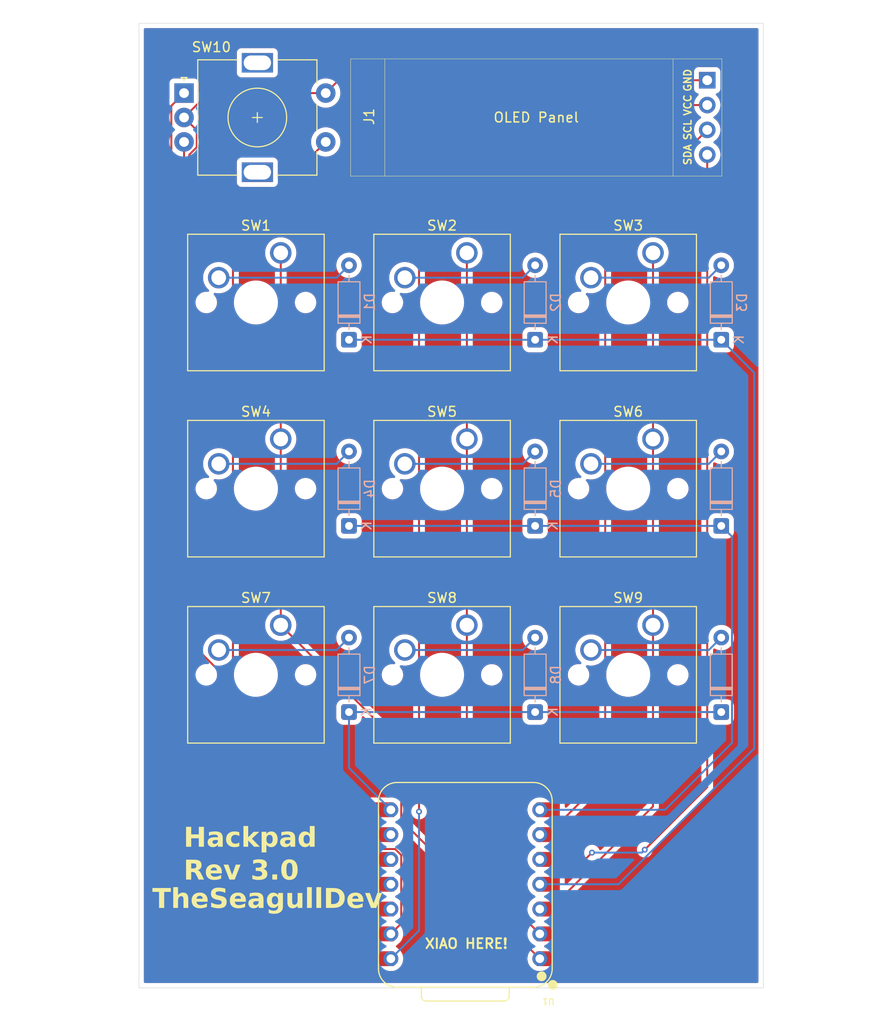
<source format=kicad_pcb>
(kicad_pcb (version 20241229) (generator "pcbnew") (generator_version "9.0")
  (layers (0 "F.Cu" signal) (2 "B.Cu" signal) (13 "F.Paste" user) (15 "B.Paste" user) (5 "F.SilkS" user "F.Silkscreen") (7 "B.SilkS" user "B.Silkscreen") (1 "F.Mask" user) (3 "B.Mask" user) (25 "Edge.Cuts" user))
  (net 0 "")
  (net 1 "Net-(D1-A)")
  (net 2 "Row 0")
  (net 3 "Net-(D2-A)")
  (net 4 "Net-(D3-A)")
  (net 5 "Net-(D4-A)")
  (net 6 "Row 1")
  (net 7 "Net-(D5-A)")
  (net 8 "Net-(D6-A)")
  (net 9 "Row 2")
  (net 10 "Net-(D7-A)")
  (net 11 "Net-(D8-A)")
  (net 12 "Net-(D9-A)")
  (net 13 "+5V")
  (net 14 "SCL")
  (net 15 "SDA")
  (net 16 "GND")
  (net 17 "Column 0")
  (net 18 "Column 1")
  (net 19 "Column 2")
  (net 20 "Net-(U1-GPIO2{slash}SCK)")
  (net 21 "Net-(U1-GPIO4{slash}MISO)")
  (net 22 "Net-(U1-GPIO3{slash}MOSI)")
  (footprint "KeySwitch:SW_Cherry_MX_1.00u_PCB_with_model" (layer "F.Cu") (at 166.84625 83.02625)
    (property "Reference" "SW9" (at -2.54 -2.794 0) (layer "F.SilkS"))
    (property "Value" "SW_Push")
    (fp_line (start -9.525 -1.905) (end 4.445 -1.905) (stroke (width 0.12)) (layer "F.SilkS"))
    (fp_line (start -9.525 12.065) (end -9.525 -1.905) (stroke (width 0.12)) (layer "F.SilkS"))
    (fp_line (start 4.445 -1.905) (end 4.445 12.065) (stroke (width 0.12)) (layer "F.SilkS"))
    (fp_line (start 4.445 12.065) (end -9.525 12.065) (stroke (width 0.12)) (layer "F.SilkS"))
    (pad "" np_thru_hole circle (at -7.62 5.08) (size 1.7 1.7) (drill 1.7) (layers "*.Cu" "*.Mask"))
    (pad "" np_thru_hole circle (at -2.54 5.08) (size 4 4) (drill 4) (layers "*.Cu" "*.Mask"))
    (pad "" np_thru_hole circle (at 2.54 5.08) (size 1.7 1.7) (drill 1.7) (layers "*.Cu" "*.Mask"))
    (pad "1" thru_hole circle (at 0 0) (size 2.2 2.2) (drill 1.5) (layers "*.Cu" "*.Mask") (net 19 "Column 2"))
    (pad "2" thru_hole circle (at -6.35 2.54) (size 2.2 2.2) (drill 1.5) (layers "*.Cu" "*.Mask") (net 12 "Net-(D9-A)"))
  )
  (footprint "OLED:SSD1306-0.91-OLED-4pin-128x32" (layer "F.Cu") (at 135.89625 25.07125)
    (property "Reference" "J1" (at 1.9 5.91 90) (layer "F.SilkS"))
    (property "Value" "Conn_01x04_Pin")
    (fp_line (start 0 0) (end 0 12) (stroke (width 0.04)) (layer "F.SilkS"))
    (fp_line (start 0 12) (end 38 12) (stroke (width 0.04)) (layer "F.SilkS"))
    (fp_line (start 3.5 0) (end 3.5 12) (stroke (width 0.04)) (layer "F.SilkS"))
    (fp_line (start 33 0) (end 33 12) (stroke (width 0.04)) (layer "F.SilkS"))
    (fp_line (start 38 0) (end 0 0) (stroke (width 0.04)) (layer "F.SilkS"))
    (fp_line (start 38 12) (end 38 0) (stroke (width 0.04)) (layer "F.SilkS"))
    (fp_text user "SCL" (at 34.5 7.27 270) (layer "F.SilkS") (effects (font (size 0.75 0.75))))
    (fp_text user "OLED Panel" (at 19 6 0) (layer "F.SilkS"))
    (fp_text user "SDA" (at 34.5 9.81 270) (layer "F.SilkS") (effects (font (size 0.75 0.75))))
    (fp_text user "VCC" (at 34.5 4.73 270) (layer "F.SilkS") (effects (font (size 0.75 0.75))))
    (fp_text user "GND" (at 34.5 2.19 270) (layer "F.SilkS") (effects (font (size 0.75 0.75))))
    (pad "1" thru_hole rect (at 36.5 2.19) (size 1.7 1.7) (drill 1) (layers "*.Cu" "*.Mask") (net 16 "GND"))
    (pad "2" thru_hole oval (at 36.5 4.73) (size 1.7 1.7) (drill 1) (layers "*.Cu" "*.Mask") (net 13 "+5V"))
    (pad "3" thru_hole oval (at 36.5 7.27) (size 1.7 1.7) (drill 1) (layers "*.Cu" "*.Mask") (net 14 "SCL"))
    (pad "4" thru_hole oval (at 36.5 9.81) (size 1.7 1.7) (drill 1) (layers "*.Cu" "*.Mask") (net 15 "SDA"))
  )
  (footprint "KeySwitch:SW_Cherry_MX_1.00u_PCB_with_model" (layer "F.Cu") (at 147.79625 63.97625)
    (property "Reference" "SW5" (at -2.54 -2.794 0) (layer "F.SilkS"))
    (property "Value" "SW_Push")
    (fp_line (start -9.525 -1.905) (end 4.445 -1.905) (stroke (width 0.12)) (layer "F.SilkS"))
    (fp_line (start -9.525 12.065) (end -9.525 -1.905) (stroke (width 0.12)) (layer "F.SilkS"))
    (fp_line (start 4.445 -1.905) (end 4.445 12.065) (stroke (width 0.12)) (layer "F.SilkS"))
    (fp_line (start 4.445 12.065) (end -9.525 12.065) (stroke (width 0.12)) (layer "F.SilkS"))
    (pad "" np_thru_hole circle (at -7.62 5.08) (size 1.7 1.7) (drill 1.7) (layers "*.Cu" "*.Mask"))
    (pad "" np_thru_hole circle (at -2.54 5.08) (size 4 4) (drill 4) (layers "*.Cu" "*.Mask"))
    (pad "" np_thru_hole circle (at 2.54 5.08) (size 1.7 1.7) (drill 1.7) (layers "*.Cu" "*.Mask"))
    (pad "1" thru_hole circle (at 0 0) (size 2.2 2.2) (drill 1.5) (layers "*.Cu" "*.Mask") (net 18 "Column 1"))
    (pad "2" thru_hole circle (at -6.35 2.54) (size 2.2 2.2) (drill 1.5) (layers "*.Cu" "*.Mask") (net 7 "Net-(D5-A)"))
  )
  (footprint "KeySwitch:SW_Cherry_MX_1.00u_PCB_with_model" (layer "F.Cu") (at 128.74625 44.92625)
    (property "Reference" "SW1" (at -2.54 -2.794 0) (layer "F.SilkS"))
    (property "Value" "SW_Push")
    (fp_line (start -9.525 -1.905) (end 4.445 -1.905) (stroke (width 0.12)) (layer "F.SilkS"))
    (fp_line (start -9.525 12.065) (end -9.525 -1.905) (stroke (width 0.12)) (layer "F.SilkS"))
    (fp_line (start 4.445 -1.905) (end 4.445 12.065) (stroke (width 0.12)) (layer "F.SilkS"))
    (fp_line (start 4.445 12.065) (end -9.525 12.065) (stroke (width 0.12)) (layer "F.SilkS"))
    (pad "" np_thru_hole circle (at -7.62 5.08) (size 1.7 1.7) (drill 1.7) (layers "*.Cu" "*.Mask"))
    (pad "" np_thru_hole circle (at -2.54 5.08) (size 4 4) (drill 4) (layers "*.Cu" "*.Mask"))
    (pad "" np_thru_hole circle (at 2.54 5.08) (size 1.7 1.7) (drill 1.7) (layers "*.Cu" "*.Mask"))
    (pad "1" thru_hole circle (at 0 0) (size 2.2 2.2) (drill 1.5) (layers "*.Cu" "*.Mask") (net 17 "Column 0"))
    (pad "2" thru_hole circle (at -6.35 2.54) (size 2.2 2.2) (drill 1.5) (layers "*.Cu" "*.Mask") (net 1 "Net-(D1-A)"))
  )
  (footprint "Encoder:RotaryEncoder_Alps_EC11E-Switch_Vertical_H20mm" (layer "F.Cu") (at 118.85 28.575)
    (property "Reference" "SW10" (at 2.8 -4.7 0) (layer "F.SilkS"))
    (property "Value" "RotaryEncoder_Switch")
    (fp_line (start -0.3 -1.6) (end 0.3 -1.6) (stroke (width 0.12)) (layer "F.SilkS"))
    (fp_line (start 0 -1.3) (end -0.3 -1.6) (stroke (width 0.12)) (layer "F.SilkS"))
    (fp_line (start 0.3 -1.6) (end 0 -1.3) (stroke (width 0.12)) (layer "F.SilkS"))
    (fp_line (start 1.4 -3.4) (end 1.4 8.4) (stroke (width 0.12)) (layer "F.SilkS"))
    (fp_line (start 5.5 -3.4) (end 1.4 -3.4) (stroke (width 0.12)) (layer "F.SilkS"))
    (fp_line (start 5.5 8.4) (end 1.4 8.4) (stroke (width 0.12)) (layer "F.SilkS"))
    (fp_line (start 7 2.5) (end 8 2.5) (stroke (width 0.12)) (layer "F.SilkS"))
    (fp_line (start 7.5 2) (end 7.5 3) (stroke (width 0.12)) (layer "F.SilkS"))
    (fp_line (start 9.5 -3.4) (end 13.6 -3.4) (stroke (width 0.12)) (layer "F.SilkS"))
    (fp_line (start 13.6 -3.4) (end 13.6 -1) (stroke (width 0.12)) (layer "F.SilkS"))
    (fp_line (start 13.6 1.2) (end 13.6 3.8) (stroke (width 0.12)) (layer "F.SilkS"))
    (fp_line (start 13.6 6) (end 13.6 8.4) (stroke (width 0.12)) (layer "F.SilkS"))
    (fp_line (start 13.6 8.4) (end 9.5 8.4) (stroke (width 0.12)) (layer "F.SilkS"))
    (fp_circle (center 7.5 2.5) (end 10.5 2.5) (stroke (width 0.12)) (fill no) (layer "F.SilkS"))
    (pad "A" thru_hole rect (at 0 0) (size 2 2) (drill 1) (layers "*.Cu" "*.Mask") (net 22 "Net-(U1-GPIO3{slash}MOSI)"))
    (pad "B" thru_hole circle (at 0 5) (size 2 2) (drill 1) (layers "*.Cu" "*.Mask") (net 21 "Net-(U1-GPIO4{slash}MISO)"))
    (pad "C" thru_hole circle (at 0 2.5) (size 2 2) (drill 1) (layers "*.Cu" "*.Mask") (net 16 "GND"))
    (pad "MP" thru_hole rect (at 7.5 -3.1) (size 3.2 2) (drill oval 2.8 1.5) (layers "*.Cu" "*.Mask"))
    (pad "MP" thru_hole rect (at 7.5 8.1) (size 3.2 2) (drill oval 2.8 1.5) (layers "*.Cu" "*.Mask"))
    (pad "S1" thru_hole circle (at 14.5 5) (size 2 2) (drill 1) (layers "*.Cu" "*.Mask") (net 20 "Net-(U1-GPIO2{slash}SCK)"))
    (pad "S2" thru_hole circle (at 14.5 0) (size 2 2) (drill 1) (layers "*.Cu" "*.Mask") (net 16 "GND"))
  )
  (footprint "KeySwitch:SW_Cherry_MX_1.00u_PCB_with_model" (layer "F.Cu") (at 147.79625 44.92625)
    (property "Reference" "SW2" (at -2.54 -2.794 0) (layer "F.SilkS"))
    (property "Value" "SW_Push")
    (fp_line (start -9.525 -1.905) (end 4.445 -1.905) (stroke (width 0.12)) (layer "F.SilkS"))
    (fp_line (start -9.525 12.065) (end -9.525 -1.905) (stroke (width 0.12)) (layer "F.SilkS"))
    (fp_line (start 4.445 -1.905) (end 4.445 12.065) (stroke (width 0.12)) (layer "F.SilkS"))
    (fp_line (start 4.445 12.065) (end -9.525 12.065) (stroke (width 0.12)) (layer "F.SilkS"))
    (pad "" np_thru_hole circle (at -7.62 5.08) (size 1.7 1.7) (drill 1.7) (layers "*.Cu" "*.Mask"))
    (pad "" np_thru_hole circle (at -2.54 5.08) (size 4 4) (drill 4) (layers "*.Cu" "*.Mask"))
    (pad "" np_thru_hole circle (at 2.54 5.08) (size 1.7 1.7) (drill 1.7) (layers "*.Cu" "*.Mask"))
    (pad "1" thru_hole circle (at 0 0) (size 2.2 2.2) (drill 1.5) (layers "*.Cu" "*.Mask") (net 18 "Column 1"))
    (pad "2" thru_hole circle (at -6.35 2.54) (size 2.2 2.2) (drill 1.5) (layers "*.Cu" "*.Mask") (net 3 "Net-(D2-A)"))
  )
  (footprint "KeySwitch:SW_Cherry_MX_1.00u_PCB_with_model" (layer "F.Cu") (at 166.84625 44.92625)
    (property "Reference" "SW3" (at -2.54 -2.794 0) (layer "F.SilkS"))
    (property "Value" "SW_Push")
    (fp_line (start -9.525 -1.905) (end 4.445 -1.905) (stroke (width 0.12)) (layer "F.SilkS"))
    (fp_line (start -9.525 12.065) (end -9.525 -1.905) (stroke (width 0.12)) (layer "F.SilkS"))
    (fp_line (start 4.445 -1.905) (end 4.445 12.065) (stroke (width 0.12)) (layer "F.SilkS"))
    (fp_line (start 4.445 12.065) (end -9.525 12.065) (stroke (width 0.12)) (layer "F.SilkS"))
    (pad "" np_thru_hole circle (at -7.62 5.08) (size 1.7 1.7) (drill 1.7) (layers "*.Cu" "*.Mask"))
    (pad "" np_thru_hole circle (at -2.54 5.08) (size 4 4) (drill 4) (layers "*.Cu" "*.Mask"))
    (pad "" np_thru_hole circle (at 2.54 5.08) (size 1.7 1.7) (drill 1.7) (layers "*.Cu" "*.Mask"))
    (pad "1" thru_hole circle (at 0 0) (size 2.2 2.2) (drill 1.5) (layers "*.Cu" "*.Mask") (net 19 "Column 2"))
    (pad "2" thru_hole circle (at -6.35 2.54) (size 2.2 2.2) (drill 1.5) (layers "*.Cu" "*.Mask") (net 4 "Net-(D3-A)"))
  )
  (footprint "KeySwitch:SW_Cherry_MX_1.00u_PCB_with_model" (layer "F.Cu") (at 128.74625 83.02625)
    (property "Reference" "SW7" (at -2.54 -2.794 0) (layer "F.SilkS"))
    (property "Value" "SW_Push")
    (fp_line (start -9.525 -1.905) (end 4.445 -1.905) (stroke (width 0.12)) (layer "F.SilkS"))
    (fp_line (start -9.525 12.065) (end -9.525 -1.905) (stroke (width 0.12)) (layer "F.SilkS"))
    (fp_line (start 4.445 -1.905) (end 4.445 12.065) (stroke (width 0.12)) (layer "F.SilkS"))
    (fp_line (start 4.445 12.065) (end -9.525 12.065) (stroke (width 0.12)) (layer "F.SilkS"))
    (pad "" np_thru_hole circle (at -7.62 5.08) (size 1.7 1.7) (drill 1.7) (layers "*.Cu" "*.Mask"))
    (pad "" np_thru_hole circle (at -2.54 5.08) (size 4 4) (drill 4) (layers "*.Cu" "*.Mask"))
    (pad "" np_thru_hole circle (at 2.54 5.08) (size 1.7 1.7) (drill 1.7) (layers "*.Cu" "*.Mask"))
    (pad "1" thru_hole circle (at 0 0) (size 2.2 2.2) (drill 1.5) (layers "*.Cu" "*.Mask") (net 17 "Column 0"))
    (pad "2" thru_hole circle (at -6.35 2.54) (size 2.2 2.2) (drill 1.5) (layers "*.Cu" "*.Mask") (net 10 "Net-(D7-A)"))
  )
  (footprint "KeySwitch:SW_Cherry_MX_1.00u_PCB_with_model" (layer "F.Cu") (at 128.74625 63.97625)
    (property "Reference" "SW4" (at -2.54 -2.794 0) (layer "F.SilkS"))
    (property "Value" "SW_Push")
    (fp_line (start -9.525 -1.905) (end 4.445 -1.905) (stroke (width 0.12)) (layer "F.SilkS"))
    (fp_line (start -9.525 12.065) (end -9.525 -1.905) (stroke (width 0.12)) (layer "F.SilkS"))
    (fp_line (start 4.445 -1.905) (end 4.445 12.065) (stroke (width 0.12)) (layer "F.SilkS"))
    (fp_line (start 4.445 12.065) (end -9.525 12.065) (stroke (width 0.12)) (layer "F.SilkS"))
    (pad "" np_thru_hole circle (at -7.62 5.08) (size 1.7 1.7) (drill 1.7) (layers "*.Cu" "*.Mask"))
    (pad "" np_thru_hole circle (at -2.54 5.08) (size 4 4) (drill 4) (layers "*.Cu" "*.Mask"))
    (pad "" np_thru_hole circle (at 2.54 5.08) (size 1.7 1.7) (drill 1.7) (layers "*.Cu" "*.Mask"))
    (pad "1" thru_hole circle (at 0 0) (size 2.2 2.2) (drill 1.5) (layers "*.Cu" "*.Mask") (net 17 "Column 0"))
    (pad "2" thru_hole circle (at -6.35 2.54) (size 2.2 2.2) (drill 1.5) (layers "*.Cu" "*.Mask") (net 5 "Net-(D4-A)"))
  )
  (footprint "KeySwitch:SW_Cherry_MX_1.00u_PCB_with_model" (layer "F.Cu") (at 166.84625 63.97625)
    (property "Reference" "SW6" (at -2.54 -2.794 0) (layer "F.SilkS"))
    (property "Value" "SW_Push")
    (fp_line (start -9.525 -1.905) (end 4.445 -1.905) (stroke (width 0.12)) (layer "F.SilkS"))
    (fp_line (start -9.525 12.065) (end -9.525 -1.905) (stroke (width 0.12)) (layer "F.SilkS"))
    (fp_line (start 4.445 -1.905) (end 4.445 12.065) (stroke (width 0.12)) (layer "F.SilkS"))
    (fp_line (start 4.445 12.065) (end -9.525 12.065) (stroke (width 0.12)) (layer "F.SilkS"))
    (pad "" np_thru_hole circle (at -7.62 5.08) (size 1.7 1.7) (drill 1.7) (layers "*.Cu" "*.Mask"))
    (pad "" np_thru_hole circle (at -2.54 5.08) (size 4 4) (drill 4) (layers "*.Cu" "*.Mask"))
    (pad "" np_thru_hole circle (at 2.54 5.08) (size 1.7 1.7) (drill 1.7) (layers "*.Cu" "*.Mask"))
    (pad "1" thru_hole circle (at 0 0) (size 2.2 2.2) (drill 1.5) (layers "*.Cu" "*.Mask") (net 19 "Column 2"))
    (pad "2" thru_hole circle (at -6.35 2.54) (size 2.2 2.2) (drill 1.5) (layers "*.Cu" "*.Mask") (net 8 "Net-(D6-A)"))
  )
  (footprint "KeySwitch:SW_Cherry_MX_1.00u_PCB_with_model" (layer "F.Cu") (at 147.79625 83.02625)
    (property "Reference" "SW8" (at -2.54 -2.794 0) (layer "F.SilkS"))
    (property "Value" "SW_Push")
    (fp_line (start -9.525 -1.905) (end 4.445 -1.905) (stroke (width 0.12)) (layer "F.SilkS"))
    (fp_line (start -9.525 12.065) (end -9.525 -1.905) (stroke (width 0.12)) (layer "F.SilkS"))
    (fp_line (start 4.445 -1.905) (end 4.445 12.065) (stroke (width 0.12)) (layer "F.SilkS"))
    (fp_line (start 4.445 12.065) (end -9.525 12.065) (stroke (width 0.12)) (layer "F.SilkS"))
    (pad "" np_thru_hole circle (at -7.62 5.08) (size 1.7 1.7) (drill 1.7) (layers "*.Cu" "*.Mask"))
    (pad "" np_thru_hole circle (at -2.54 5.08) (size 4 4) (drill 4) (layers "*.Cu" "*.Mask"))
    (pad "" np_thru_hole circle (at 2.54 5.08) (size 1.7 1.7) (drill 1.7) (layers "*.Cu" "*.Mask"))
    (pad "1" thru_hole circle (at 0 0) (size 2.2 2.2) (drill 1.5) (layers "*.Cu" "*.Mask") (net 18 "Column 1"))
    (pad "2" thru_hole circle (at -6.35 2.54) (size 2.2 2.2) (drill 1.5) (layers "*.Cu" "*.Mask") (net 11 "Net-(D8-A)"))
  )
  (footprint "OPL:XIAO-RP2040-DIP" (layer "F.Cu") (at 147.6375 109.5375 180)
    (property "Reference" "U1" (at -8.5 -12 180) (layer "F.SilkS") (effects (font (size 0.635 0.635) (thickness 0.1016))))
    (property "Value" "XIAO-RP2040-DIP")
    (fp_line (start 8.89 8.509) (end 8.89 -8.636) (stroke (width 0.127)) (layer "F.SilkS"))
    (fp_line (start 6.985 -10.541) (end -6.985 -10.541) (stroke (width 0.1)) (layer "F.SilkS"))
    (fp_line (start 6.985 -10.541) (end -6.985 -10.541) (stroke (width 0.127)) (layer "F.SilkS"))
    (fp_line (start 4.504 -11.451) (end 4.504 -10.541) (stroke (width 0.127)) (layer "F.SilkS"))
    (fp_line (start -3.991272 -11.951) (end 4.004 -11.951) (stroke (width 0.127)) (layer "F.SilkS"))
    (fp_line (start -4.495 -10.541) (end -4.491272 -11.451272) (stroke (width 0.127)) (layer "F.SilkS"))
    (fp_line (start -6.985 10.414) (end 6.985 10.414) (stroke (width 0.127)) (layer "F.SilkS"))
    (fp_line (start -8.89 8.509) (end -8.89 -8.636) (stroke (width 0.127)) (layer "F.SilkS"))
    (fp_arc (start 8.89 8.509) (mid 8.332038 9.856038) (end 6.985 10.414) (stroke (width 0.127)) (layer "F.SilkS"))
    (fp_arc (start 6.985 -10.541) (mid 8.332038 -9.983038) (end 8.89 -8.636) (stroke (width 0.127)) (layer "F.SilkS"))
    (fp_arc (start 4.004 -11.951) (mid 4.357553 -11.804553) (end 4.504 -11.451) (stroke (width 0.127)) (layer "F.SilkS"))
    (fp_arc (start -4.491272 -11.451272) (mid -4.344728 -11.80464) (end -3.991272 -11.951) (stroke (width 0.127)) (layer "F.SilkS"))
    (fp_arc (start -6.985 10.414) (mid -8.332038 9.856038) (end -8.89 8.509) (stroke (width 0.127)) (layer "F.SilkS"))
    (fp_arc (start -8.89 -8.636) (mid -8.332038 -9.983038) (end -6.985 -10.541) (stroke (width 0.127)) (layer "F.SilkS"))
    (fp_circle (center -7.807 -9.42) (end -7.807 -9.674) (stroke (width 0.5)) (fill yes) (layer "F.SilkS"))
    (fp_circle (center -8.95 -10.3) (end -8.95 -10.554) (stroke (width 0.5)) (fill yes) (layer "F.SilkS"))
    (pad "1" smd roundrect (at -8.455 -7.62) (size 2.432 1.524) (layers "F.Cu" "F.Mask") (roundrect_rratio 0.1) (net 17 "Column 0"))
    (pad "1" thru_hole circle (at -7.62 -7.62) (size 1.524 1.524) (drill 0.889) (layers "*.Cu" "*.Mask") (net 17 "Column 0"))
    (pad "2" smd roundrect (at -8.455 -5.08) (size 2.432 1.524) (layers "F.Cu" "F.Mask") (roundrect_rratio 0.1) (net 18 "Column 1"))
    (pad "2" thru_hole circle (at -7.62 -5.08) (size 1.524 1.524) (drill 0.889) (layers "*.Cu" "*.Mask") (net 18 "Column 1"))
    (pad "3" smd roundrect (at -8.455 -2.54) (size 2.432 1.524) (layers "F.Cu" "F.Mask") (roundrect_rratio 0.1) (net 19 "Column 2"))
    (pad "3" thru_hole circle (at -7.62 -2.54) (size 1.524 1.524) (drill 0.889) (layers "*.Cu" "*.Mask") (net 19 "Column 2"))
    (pad "4" smd roundrect (at -8.455 0) (size 2.432 1.524) (layers "F.Cu" "F.Mask") (roundrect_rratio 0.1) (net 2 "Row 0"))
    (pad "4" thru_hole circle (at -7.62 0) (size 1.524 1.524) (drill 0.889) (layers "*.Cu" "*.Mask") (net 2 "Row 0"))
    (pad "5" smd roundrect (at -8.455 2.54) (size 2.432 1.524) (layers "F.Cu" "F.Mask") (roundrect_rratio 0.1) (net 15 "SDA"))
    (pad "5" thru_hole circle (at -7.62 2.54) (size 1.524 1.524) (drill 0.889) (layers "*.Cu" "*.Mask") (net 15 "SDA"))
    (pad "6" smd roundrect (at -8.455 5.08) (size 2.432 1.524) (layers "F.Cu" "F.Mask") (roundrect_rratio 0.1) (net 14 "SCL"))
    (pad "6" thru_hole circle (at -7.62 5.08) (size 1.524 1.524) (drill 0.889) (layers "*.Cu" "*.Mask") (net 14 "SCL"))
    (pad "7" smd roundrect (at -8.455 7.62) (size 2.432 1.524) (layers "F.Cu" "F.Mask") (roundrect_rratio 0.1) (net 6 "Row 1"))
    (pad "7" thru_hole circle (at -7.62 7.62) (size 1.524 1.524) (drill 0.889) (layers "*.Cu" "*.Mask") (net 6 "Row 1"))
    (pad "8" thru_hole circle (at 7.62 7.62 180) (size 1.524 1.524) (drill 0.889) (layers "*.Cu" "*.Mask") (net 9 "Row 2"))
    (pad "8" smd roundrect (at 8.455 7.62 180) (size 2.432 1.524) (layers "F.Cu" "F.Mask") (roundrect_rratio 0.1) (net 9 "Row 2"))
    (pad "9" thru_hole circle (at 7.62 5.08 180) (size 1.524 1.524) (drill 0.889) (layers "*.Cu" "*.Mask") (net 20 "Net-(U1-GPIO2{slash}SCK)"))
    (pad "9" smd roundrect (at 8.455 5.08 180) (size 2.432 1.524) (layers "F.Cu" "F.Mask") (roundrect_rratio 0.1) (net 20 "Net-(U1-GPIO2{slash}SCK)"))
    (pad "10" thru_hole circle (at 7.62 2.54 180) (size 1.524 1.524) (drill 0.889) (layers "*.Cu" "*.Mask") (net 21 "Net-(U1-GPIO4{slash}MISO)"))
    (pad "10" smd roundrect (at 8.455 2.54 180) (size 2.432 1.524) (layers "F.Cu" "F.Mask") (roundrect_rratio 0.1) (net 21 "Net-(U1-GPIO4{slash}MISO)"))
    (pad "11" thru_hole circle (at 7.62 0 180) (size 1.524 1.524) (drill 0.889) (layers "*.Cu" "*.Mask") (net 22 "Net-(U1-GPIO3{slash}MOSI)"))
    (pad "11" smd roundrect (at 8.455 0 180) (size 2.432 1.524) (layers "F.Cu" "F.Mask") (roundrect_rratio 0.1) (net 22 "Net-(U1-GPIO3{slash}MOSI)"))
    (pad "12" thru_hole circle (at 7.62 -2.54 180) (size 1.524 1.524) (drill 0.889) (layers "*.Cu" "*.Mask"))
    (pad "12" smd roundrect (at 8.455 -2.54 180) (size 2.432 1.524) (layers "F.Cu" "F.Mask") (roundrect_rratio 0.1))
    (pad "13" thru_hole circle (at 7.62 -5.08 180) (size 1.524 1.524) (drill 0.889) (layers "*.Cu" "*.Mask") (net 16 "GND"))
    (pad "13" smd roundrect (at 8.455 -5.08 180) (size 2.432 1.524) (layers "F.Cu" "F.Mask") (roundrect_rratio 0.1) (net 16 "GND"))
    (pad "14" thru_hole circle (at 7.62 -7.62 180) (size 1.524 1.524) (drill 0.889) (layers "*.Cu" "*.Mask") (net 13 "+5V"))
    (pad "14" smd roundrect (at 8.455 -7.62 180) (size 2.432 1.524) (layers "F.Cu" "F.Mask") (roundrect_rratio 0.1) (net 13 "+5V"))
  )
  (footprint "Diode_THT:D_DO-35_SOD27_P7.62mm_Horizontal" (layer "B.Cu") (at 135.73125 53.81625 90)
    (property "Reference" "D1" (at 3.81 2.12 90) (layer "B.SilkS") (effects (justify mirror)))
    (property "Value" "1N4148")
    (fp_line (start 6.58 0) (end 5.93 0) (stroke (width 0.12)) (layer "B.SilkS"))
    (fp_line (start 1.04 0) (end 1.69 0) (stroke (width 0.12)) (layer "B.SilkS"))
    (fp_line (start 2.53 1.12) (end 2.53 -1.12) (stroke (width 0.12)) (layer "B.SilkS"))
    (fp_line (start 2.41 1.12) (end 2.41 -1.12) (stroke (width 0.12)) (layer "B.SilkS"))
    (fp_line (start 2.29 1.12) (end 2.29 -1.12) (stroke (width 0.12)) (layer "B.SilkS"))
    (fp_rect (start 1.69 1.12) (end 5.93 -1.12) (stroke (width 0.12)) (fill no) (layer "B.SilkS"))
    (fp_text user "K" (at 0 1.8 90) (layer "B.SilkS") (effects (justify mirror)))
    (pad "1" thru_hole roundrect (at 0 0 90) (size 1.6 1.6) (drill 0.8) (layers "*.Cu" "*.Mask") (roundrect_rratio 0.15625) (net 2 "Row 0"))
    (pad "2" thru_hole circle (at 7.62 0 90) (size 1.6 1.6) (drill 0.8) (layers "*.Cu" "*.Mask") (net 1 "Net-(D1-A)"))
  )
  (footprint "Diode_THT:D_DO-35_SOD27_P7.62mm_Horizontal" (layer "B.Cu") (at 154.78125 72.86625 90)
    (property "Reference" "D5" (at 3.81 2.12 90) (layer "B.SilkS") (effects (justify mirror)))
    (property "Value" "1N4148")
    (fp_line (start 6.58 0) (end 5.93 0) (stroke (width 0.12)) (layer "B.SilkS"))
    (fp_line (start 1.04 0) (end 1.69 0) (stroke (width 0.12)) (layer "B.SilkS"))
    (fp_line (start 2.53 1.12) (end 2.53 -1.12) (stroke (width 0.12)) (layer "B.SilkS"))
    (fp_line (start 2.41 1.12) (end 2.41 -1.12) (stroke (width 0.12)) (layer "B.SilkS"))
    (fp_line (start 2.29 1.12) (end 2.29 -1.12) (stroke (width 0.12)) (layer "B.SilkS"))
    (fp_rect (start 1.69 1.12) (end 5.93 -1.12) (stroke (width 0.12)) (fill no) (layer "B.SilkS"))
    (fp_text user "K" (at 0 1.8 90) (layer "B.SilkS") (effects (justify mirror)))
    (pad "1" thru_hole roundrect (at 0 0 90) (size 1.6 1.6) (drill 0.8) (layers "*.Cu" "*.Mask") (roundrect_rratio 0.15625) (net 6 "Row 1"))
    (pad "2" thru_hole circle (at 7.62 0 90) (size 1.6 1.6) (drill 0.8) (layers "*.Cu" "*.Mask") (net 7 "Net-(D5-A)"))
  )
  (footprint "Diode_THT:D_DO-35_SOD27_P7.62mm_Horizontal" (layer "B.Cu") (at 135.73125 91.91625 90)
    (property "Reference" "D7" (at 3.81 2.12 90) (layer "B.SilkS") (effects (justify mirror)))
    (property "Value" "1N4148")
    (fp_line (start 6.58 0) (end 5.93 0) (stroke (width 0.12)) (layer "B.SilkS"))
    (fp_line (start 1.04 0) (end 1.69 0) (stroke (width 0.12)) (layer "B.SilkS"))
    (fp_line (start 2.53 1.12) (end 2.53 -1.12) (stroke (width 0.12)) (layer "B.SilkS"))
    (fp_line (start 2.41 1.12) (end 2.41 -1.12) (stroke (width 0.12)) (layer "B.SilkS"))
    (fp_line (start 2.29 1.12) (end 2.29 -1.12) (stroke (width 0.12)) (layer "B.SilkS"))
    (fp_rect (start 1.69 1.12) (end 5.93 -1.12) (stroke (width 0.12)) (fill no) (layer "B.SilkS"))
    (fp_text user "K" (at 0 1.8 90) (layer "B.SilkS") (effects (justify mirror)))
    (pad "1" thru_hole roundrect (at 0 0 90) (size 1.6 1.6) (drill 0.8) (layers "*.Cu" "*.Mask") (roundrect_rratio 0.15625) (net 9 "Row 2"))
    (pad "2" thru_hole circle (at 7.62 0 90) (size 1.6 1.6) (drill 0.8) (layers "*.Cu" "*.Mask") (net 10 "Net-(D7-A)"))
  )
  (footprint "Diode_THT:D_DO-35_SOD27_P7.62mm_Horizontal" (layer "B.Cu") (at 154.78125 91.91625 90)
    (property "Reference" "D8" (at 3.81 2.12 90) (layer "B.SilkS") (effects (justify mirror)))
    (property "Value" "1N4148")
    (fp_line (start 6.58 0) (end 5.93 0) (stroke (width 0.12)) (layer "B.SilkS"))
    (fp_line (start 1.04 0) (end 1.69 0) (stroke (width 0.12)) (layer "B.SilkS"))
    (fp_line (start 2.53 1.12) (end 2.53 -1.12) (stroke (width 0.12)) (layer "B.SilkS"))
    (fp_line (start 2.41 1.12) (end 2.41 -1.12) (stroke (width 0.12)) (layer "B.SilkS"))
    (fp_line (start 2.29 1.12) (end 2.29 -1.12) (stroke (width 0.12)) (layer "B.SilkS"))
    (fp_rect (start 1.69 1.12) (end 5.93 -1.12) (stroke (width 0.12)) (fill no) (layer "B.SilkS"))
    (fp_text user "K" (at 0 1.8 90) (layer "B.SilkS") (effects (justify mirror)))
    (pad "1" thru_hole roundrect (at 0 0 90) (size 1.6 1.6) (drill 0.8) (layers "*.Cu" "*.Mask") (roundrect_rratio 0.15625) (net 9 "Row 2"))
    (pad "2" thru_hole circle (at 7.62 0 90) (size 1.6 1.6) (drill 0.8) (layers "*.Cu" "*.Mask") (net 11 "Net-(D8-A)"))
  )
  (footprint "Diode_THT:D_DO-35_SOD27_P7.62mm_Horizontal" (layer "B.Cu") (at 173.83125 72.86625 90)
    (property "Reference" "D6" (hide yes))
    (property "Value" "1N4148")
    (fp_line (start 6.58 0) (end 5.93 0) (stroke (width 0.12)) (layer "B.SilkS"))
    (fp_line (start 1.04 0) (end 1.69 0) (stroke (width 0.12)) (layer "B.SilkS"))
    (fp_line (start 2.53 1.12) (end 2.53 -1.12) (stroke (width 0.12)) (layer "B.SilkS"))
    (fp_line (start 2.41 1.12) (end 2.41 -1.12) (stroke (width 0.12)) (layer "B.SilkS"))
    (fp_line (start 2.29 1.12) (end 2.29 -1.12) (stroke (width 0.12)) (layer "B.SilkS"))
    (fp_rect (start 1.69 1.12) (end 5.93 -1.12) (stroke (width 0.12)) (fill no) (layer "B.SilkS"))
    (pad "1" thru_hole roundrect (at 0 0 90) (size 1.6 1.6) (drill 0.8) (layers "*.Cu" "*.Mask") (roundrect_rratio 0.15625) (net 6 "Row 1"))
    (pad "2" thru_hole circle (at 7.62 0 90) (size 1.6 1.6) (drill 0.8) (layers "*.Cu" "*.Mask") (net 8 "Net-(D6-A)"))
  )
  (footprint "Diode_THT:D_DO-35_SOD27_P7.62mm_Horizontal" (layer "B.Cu") (at 173.83125 91.91625 90)
    (property "Reference" "D9" (hide yes))
    (property "Value" "1N4148")
    (fp_line (start 6.58 0) (end 5.93 0) (stroke (width 0.12)) (layer "B.SilkS"))
    (fp_line (start 1.04 0) (end 1.69 0) (stroke (width 0.12)) (layer "B.SilkS"))
    (fp_line (start 2.53 1.12) (end 2.53 -1.12) (stroke (width 0.12)) (layer "B.SilkS"))
    (fp_line (start 2.41 1.12) (end 2.41 -1.12) (stroke (width 0.12)) (layer "B.SilkS"))
    (fp_line (start 2.29 1.12) (end 2.29 -1.12) (stroke (width 0.12)) (layer "B.SilkS"))
    (fp_rect (start 1.69 1.12) (end 5.93 -1.12) (stroke (width 0.12)) (fill no) (layer "B.SilkS"))
    (pad "1" thru_hole roundrect (at 0 0 90) (size 1.6 1.6) (drill 0.8) (layers "*.Cu" "*.Mask") (roundrect_rratio 0.15625) (net 9 "Row 2"))
    (pad "2" thru_hole circle (at 7.62 0 90) (size 1.6 1.6) (drill 0.8) (layers "*.Cu" "*.Mask") (net 12 "Net-(D9-A)"))
  )
  (footprint "Diode_THT:D_DO-35_SOD27_P7.62mm_Horizontal" (layer "B.Cu") (at 135.73125 72.86625 90)
    (property "Reference" "D4" (at 3.81 2.12 90) (layer "B.SilkS") (effects (justify mirror)))
    (property "Value" "1N4148")
    (fp_line (start 6.58 0) (end 5.93 0) (stroke (width 0.12)) (layer "B.SilkS"))
    (fp_line (start 1.04 0) (end 1.69 0) (stroke (width 0.12)) (layer "B.SilkS"))
    (fp_line (start 2.53 1.12) (end 2.53 -1.12) (stroke (width 0.12)) (layer "B.SilkS"))
    (fp_line (start 2.41 1.12) (end 2.41 -1.12) (stroke (width 0.12)) (layer "B.SilkS"))
    (fp_line (start 2.29 1.12) (end 2.29 -1.12) (stroke (width 0.12)) (layer "B.SilkS"))
    (fp_rect (start 1.69 1.12) (end 5.93 -1.12) (stroke (width 0.12)) (fill no) (layer "B.SilkS"))
    (fp_text user "K" (at 0 1.8 90) (layer "B.SilkS") (effects (justify mirror)))
    (pad "1" thru_hole roundrect (at 0 0 90) (size 1.6 1.6) (drill 0.8) (layers "*.Cu" "*.Mask") (roundrect_rratio 0.15625) (net 6 "Row 1"))
    (pad "2" thru_hole circle (at 7.62 0 90) (size 1.6 1.6) (drill 0.8) (layers "*.Cu" "*.Mask") (net 5 "Net-(D4-A)"))
  )
  (footprint "Diode_THT:D_DO-35_SOD27_P7.62mm_Horizontal" (layer "B.Cu") (at 173.83125 53.81625 90)
    (property "Reference" "D3" (at 3.81 2.12 90) (layer "B.SilkS") (effects (justify mirror)))
    (property "Value" "1N4148")
    (fp_line (start 6.58 0) (end 5.93 0) (stroke (width 0.12)) (layer "B.SilkS"))
    (fp_line (start 1.04 0) (end 1.69 0) (stroke (width 0.12)) (layer "B.SilkS"))
    (fp_line (start 2.53 1.12) (end 2.53 -1.12) (stroke (width 0.12)) (layer "B.SilkS"))
    (fp_line (start 2.41 1.12) (end 2.41 -1.12) (stroke (width 0.12)) (layer "B.SilkS"))
    (fp_line (start 2.29 1.12) (end 2.29 -1.12) (stroke (width 0.12)) (layer "B.SilkS"))
    (fp_rect (start 1.69 1.12) (end 5.93 -1.12) (stroke (width 0.12)) (fill no) (layer "B.SilkS"))
    (fp_text user "K" (at 0 1.8 90) (layer "B.SilkS") (effects (justify mirror)))
    (pad "1" thru_hole roundrect (at 0 0 90) (size 1.6 1.6) (drill 0.8) (layers "*.Cu" "*.Mask") (roundrect_rratio 0.15625) (net 2 "Row 0"))
    (pad "2" thru_hole circle (at 7.62 0 90) (size 1.6 1.6) (drill 0.8) (layers "*.Cu" "*.Mask") (net 4 "Net-(D3-A)"))
  )
  (footprint "Diode_THT:D_DO-35_SOD27_P7.62mm_Horizontal" (layer "B.Cu") (at 154.78125 53.81625 90)
    (property "Reference" "D2" (at 3.81 2.12 90) (layer "B.SilkS") (effects (justify mirror)))
    (property "Value" "1N4148")
    (fp_line (start 6.58 0) (end 5.93 0) (stroke (width 0.12)) (layer "B.SilkS"))
    (fp_line (start 1.04 0) (end 1.69 0) (stroke (width 0.12)) (layer "B.SilkS"))
    (fp_line (start 2.53 1.12) (end 2.53 -1.12) (stroke (width 0.12)) (layer "B.SilkS"))
    (fp_line (start 2.41 1.12) (end 2.41 -1.12) (stroke (width 0.12)) (layer "B.SilkS"))
    (fp_line (start 2.29 1.12) (end 2.29 -1.12) (stroke (width 0.12)) (layer "B.SilkS"))
    (fp_rect (start 1.69 1.12) (end 5.93 -1.12) (stroke (width 0.12)) (fill no) (layer "B.SilkS"))
    (fp_text user "K" (at 0 1.8 90) (layer "B.SilkS") (effects (justify mirror)))
    (pad "1" thru_hole roundrect (at 0 0 90) (size 1.6 1.6) (drill 0.8) (layers "*.Cu" "*.Mask") (roundrect_rratio 0.15625) (net 2 "Row 0"))
    (pad "2" thru_hole circle (at 7.62 0 90) (size 1.6 1.6) (drill 0.8) (layers "*.Cu" "*.Mask") (net 3 "Net-(D2-A)"))
  )
  (gr_rect (start 114.2375 21.43125) (end 178.1375 120.14375) (stroke (width 0.05)) (fill no) (layer "Edge.Cuts"))
  (gr_text "XIAO HERE!\n" (at 143.4 116.2 0) (layer "F.SilkS") (effects (font (size 1 1) (thickness 0.2) (bold yes)) (justify left bottom)))
  (gr_text "Hackpad\nRev 3.0" (at 118.8 109.4 0) (layer "F.SilkS") (effects (font (size 2 2) (thickness 0.1)) (justify left bottom)))
  (gr_text "TheSeagullDev" (at 115.6 112.3 0) (layer "F.SilkS") (effects (font (size 2 2) (thickness 0.3) (bold yes)) (justify left bottom)))
  (segment (start 122.39625 47.46625) (end 134.46125 47.46625) (width 0.2) (layer "B.Cu") (net 1))
  (segment (start 134.46125 47.46625) (end 135.73125 46.19625) (width 0.2) (layer "B.Cu") (net 1))
  (segment (start 173.83125 53.81625) (end 177.2 57.185) (width 0.2) (layer "B.Cu") (net 2))
  (segment (start 177.2 95.649943) (end 163.312443 109.5375) (width 0.2) (layer "B.Cu") (net 2))
  (segment (start 163.312443 109.5375) (end 155.2575 109.5375) (width 0.2) (layer "B.Cu") (net 2))
  (segment (start 154.78125 53.81625) (end 135.73125 53.81625) (width 0.2) (layer "B.Cu") (net 2))
  (segment (start 173.83125 53.81625) (end 154.78125 53.81625) (width 0.2) (layer "B.Cu") (net 2))
  (segment (start 177.2 57.185) (end 177.2 95.649943) (width 0.2) (layer "B.Cu") (net 2))
  (segment (start 153.51125 47.46625) (end 154.78125 46.19625) (width 0.2) (layer "B.Cu") (net 3))
  (segment (start 141.44625 47.46625) (end 153.51125 47.46625) (width 0.2) (layer "B.Cu") (net 3))
  (segment (start 172.56125 47.46625) (end 173.83125 46.19625) (width 0.2) (layer "B.Cu") (net 4))
  (segment (start 160.49625 47.46625) (end 172.56125 47.46625) (width 0.2) (layer "B.Cu") (net 4))
  (segment (start 122.39625 66.51625) (end 134.46125 66.51625) (width 0.2) (layer "B.Cu") (net 5))
  (segment (start 134.46125 66.51625) (end 135.73125 65.24625) (width 0.2) (layer "B.Cu") (net 5))
  (segment (start 174.93225 73.96725) (end 173.83125 72.86625) (width 0.2) (layer "B.Cu") (net 6))
  (segment (start 154.78125 72.86625) (end 173.83125 72.86625) (width 0.2) (layer "B.Cu") (net 6))
  (segment (start 168.0825 101.9175) (end 174.93225 95.06775) (width 0.2) (layer "B.Cu") (net 6))
  (segment (start 135.73125 72.86625) (end 154.78125 72.86625) (width 0.2) (layer "B.Cu") (net 6))
  (segment (start 174.93225 95.06775) (end 174.93225 73.96725) (width 0.2) (layer "B.Cu") (net 6))
  (segment (start 155.2575 101.9175) (end 168.0825 101.9175) (width 0.2) (layer "B.Cu") (net 6))
  (segment (start 141.44625 66.51625) (end 153.51125 66.51625) (width 0.2) (layer "B.Cu") (net 7))
  (segment (start 153.51125 66.51625) (end 154.78125 65.24625) (width 0.2) (layer "B.Cu") (net 7))
  (segment (start 172.56125 66.51625) (end 173.83125 65.24625) (width 0.2) (layer "B.Cu") (net 8))
  (segment (start 160.49625 66.51625) (end 172.56125 66.51625) (width 0.2) (layer "B.Cu") (net 8))
  (segment (start 135.73125 91.91625) (end 154.78125 91.91625) (width 0.2) (layer "B.Cu") (net 9))
  (segment (start 154.78125 91.91625) (end 173.83125 91.91625) (width 0.2) (layer "B.Cu") (net 9))
  (segment (start 135.73125 97.63125) (end 140.0175 101.9175) (width 0.2) (layer "B.Cu") (net 9))
  (segment (start 135.73125 91.91625) (end 135.73125 97.63125) (width 0.2) (layer "B.Cu") (net 9))
  (segment (start 134.46125 85.56625) (end 135.73125 84.29625) (width 0.2) (layer "B.Cu") (net 10))
  (segment (start 122.39625 85.56625) (end 134.46125 85.56625) (width 0.2) (layer "B.Cu") (net 10))
  (segment (start 141.44625 85.56625) (end 153.51125 85.56625) (width 0.2) (layer "B.Cu") (net 11))
  (segment (start 153.51125 85.56625) (end 154.78125 84.29625) (width 0.2) (layer "B.Cu") (net 11))
  (segment (start 172.56125 85.56625) (end 173.83125 84.29625) (width 0.2) (layer "B.Cu") (net 12))
  (segment (start 160.49625 85.56625) (end 172.56125 85.56625) (width 0.2) (layer "B.Cu") (net 12))
  (segment (start 142.9 45.9) (end 142.9 102.1) (width 0.2) (layer "F.Cu") (net 13))
  (segment (start 158.99875 29.80125) (end 142.9 45.9) (width 0.2) (layer "F.Cu") (net 13))
  (segment (start 172.39625 29.80125) (end 158.99875 29.80125) (width 0.2) (layer "F.Cu") (net 13))
  (via (at 142.9 102.1) (size 0.6) (drill 0.3) (layers "F.Cu" "B.Cu") (net 13))
  (segment (start 142.9 102.1) (end 142.9 114.275) (width 0.2) (layer "B.Cu") (net 13))
  (segment (start 142.9 114.275) (end 140.0175 117.1575) (width 0.2) (layer "B.Cu") (net 13))
  (segment (start 161.95525 98.59475) (end 156.0925 104.4575) (width 0.2) (layer "F.Cu") (net 14))
  (segment (start 172.39625 32.34125) (end 161.95525 42.78225) (width 0.2) (layer "F.Cu") (net 14))
  (segment (start 161.95525 42.78225) (end 161.95525 98.59475) (width 0.2) (layer "F.Cu") (net 14))
  (segment (start 155.2575 106.9975) (end 159.9025 106.9975) (width 0.2) (layer "F.Cu") (net 15))
  (segment (start 172.39625 99.60375) (end 172.39625 34.88125) (width 0.2) (layer "F.Cu") (net 15))
  (segment (start 159.9025 106.9975) (end 160.6 106.3) (width 0.2) (layer "F.Cu") (net 15))
  (segment (start 166 106) (end 172.39625 99.60375) (width 0.2) (layer "F.Cu") (net 15))
  (via (at 166 106) (size 0.6) (drill 0.3) (layers "F.Cu" "B.Cu") (net 15))
  (via (at 160.6 106.3) (size 0.6) (drill 0.3) (layers "F.Cu" "B.Cu") (net 15))
  (segment (start 160.6 106.3) (end 165.7 106.3) (width 0.2) (layer "B.Cu") (net 15))
  (segment (start 165.7 106.3) (end 166 106) (width 0.2) (layer "B.Cu") (net 15))
  (segment (start 141.0805 106.55719) (end 140.45781 105.9345) (width 0.2) (layer "F.Cu") (net 16))
  (segment (start 141.0805 113.5545) (end 141.0805 106.55719) (width 0.2) (layer "F.Cu") (net 16))
  (segment (start 140.0175 114.6175) (end 141.0805 113.5545) (width 0.2) (layer "F.Cu") (net 16))
  (segment (start 122.32725 87.60878) (end 119.388892 84.670422) (width 0.2) (layer "F.Cu") (net 16))
  (segment (start 134.66375 27.26125) (end 172.39625 27.26125) (width 0.2) (layer "F.Cu") (net 16))
  (segment (start 120.151 34.113892) (end 120.151 32.376) (width 0.2) (layer "F.Cu") (net 16))
  (segment (start 119.388892 34.876) (end 120.151 34.113892) (width 0.2) (layer "F.Cu") (net 16))
  (segment (start 133.35 28.575) (end 134.66375 27.26125) (width 0.2) (layer "F.Cu") (net 16))
  (segment (start 120.151 32.376) (end 118.85 31.075) (width 0.2) (layer "F.Cu") (net 16))
  (segment (start 140.45781 105.9345) (end 137.926874 105.9345) (width 0.2) (layer "F.Cu") (net 16))
  (segment (start 118.85 31.075) (end 121.35 28.575) (width 0.2) (layer "F.Cu") (net 16))
  (segment (start 119.388892 84.670422) (end 119.388892 34.876) (width 0.2) (layer "F.Cu") (net 16))
  (segment (start 137.926874 105.9345) (end 122.32725 90.334876) (width 0.2) (layer "F.Cu") (net 16))
  (segment (start 122.32725 90.334876) (end 122.32725 87.60878) (width 0.2) (layer "F.Cu") (net 16))
  (segment (start 121.35 28.575) (end 133.35 28.575) (width 0.2) (layer "F.Cu") (net 16))
  (segment (start 141.0805 102.9805) (end 141.0805 95.3605) (width 0.2) (layer "F.Cu") (net 17))
  (segment (start 155.2575 117.1575) (end 141.0805 102.9805) (width 0.2) (layer "F.Cu") (net 17))
  (segment (start 141.0805 95.3605) (end 128.74625 83.02625) (width 0.2) (layer "F.Cu") (net 17))
  (segment (start 128.74625 63.97625) (end 128.74625 44.92625) (width 0.2) (layer "F.Cu") (net 17))
  (segment (start 128.74625 83.02625) (end 128.74625 63.97625) (width 0.2) (layer "F.Cu") (net 17))
  (segment (start 147.79625 44.92625) (end 147.79625 63.97625) (width 0.2) (layer "F.Cu") (net 18))
  (segment (start 147.79625 83.02625) (end 147.79625 107.15625) (width 0.2) (layer "F.Cu") (net 18))
  (segment (start 147.79625 63.97625) (end 147.79625 83.02625) (width 0.2) (layer "F.Cu") (net 18))
  (segment (start 147.79625 107.15625) (end 155.2575 114.6175) (width 0.2) (layer "F.Cu") (net 18))
  (segment (start 166.84625 63.97625) (end 166.84625 44.92625) (width 0.2) (layer "F.Cu") (net 19))
  (segment (start 166.84625 83.02625) (end 166.84625 101.56638) (width 0.2) (layer "F.Cu") (net 19))
  (segment (start 166.84625 83.02625) (end 166.84625 63.97625) (width 0.2) (layer "F.Cu") (net 19))
  (segment (start 156.33513 112.0775) (end 155.2575 112.0775) (width 0.2) (layer "F.Cu") (net 19))
  (segment (start 166.84625 101.56638) (end 156.33513 112.0775) (width 0.2) (layer "F.Cu") (net 19))
  (segment (start 123.85525 43.06975) (end 123.85525 89.13025) (width 0.2) (layer "F.Cu") (net 20))
  (segment (start 123.85525 89.13025) (end 139.1825 104.4575) (width 0.2) (layer "F.Cu") (net 20))
  (segment (start 133.35 33.575) (end 123.85525 43.06975) (width 0.2) (layer "F.Cu") (net 20))
  (segment (start 118.85 87.55) (end 138.2975 106.9975) (width 0.2) (layer "F.Cu") (net 21))
  (segment (start 118.85 33.575) (end 118.85 87.55) (width 0.2) (layer "F.Cu") (net 21))
  (segment (start 138.2975 106.9975) (end 140.0175 106.9975) (width 0.2) (layer "F.Cu") (net 21))
  (segment (start 117.549 87.904) (end 139.1825 109.5375) (width 0.2) (layer "F.Cu") (net 22))
  (segment (start 117.549 29.876) (end 117.549 87.904) (width 0.2) (layer "F.Cu") (net 22))
  (segment (start 118.85 28.575) (end 117.549 29.876) (width 0.2) (layer "F.Cu") (net 22))
  (zone (net 0) (net_name "") (layers "F.Cu" "B.Cu") (connect_pads (clearance 0.5)) (min_thickness 0.25) (fill yes (thermal_gap 0.5) (thermal_bridge_width 0.5) (island_removal_mode 1) (island_area_min 10))
    (polygon (pts (xy 100.0125 19.05) (xy 190.5 19.05) (xy 190.5 123.825) (xy 102.39375 123.825)))
  )
)
</source>
